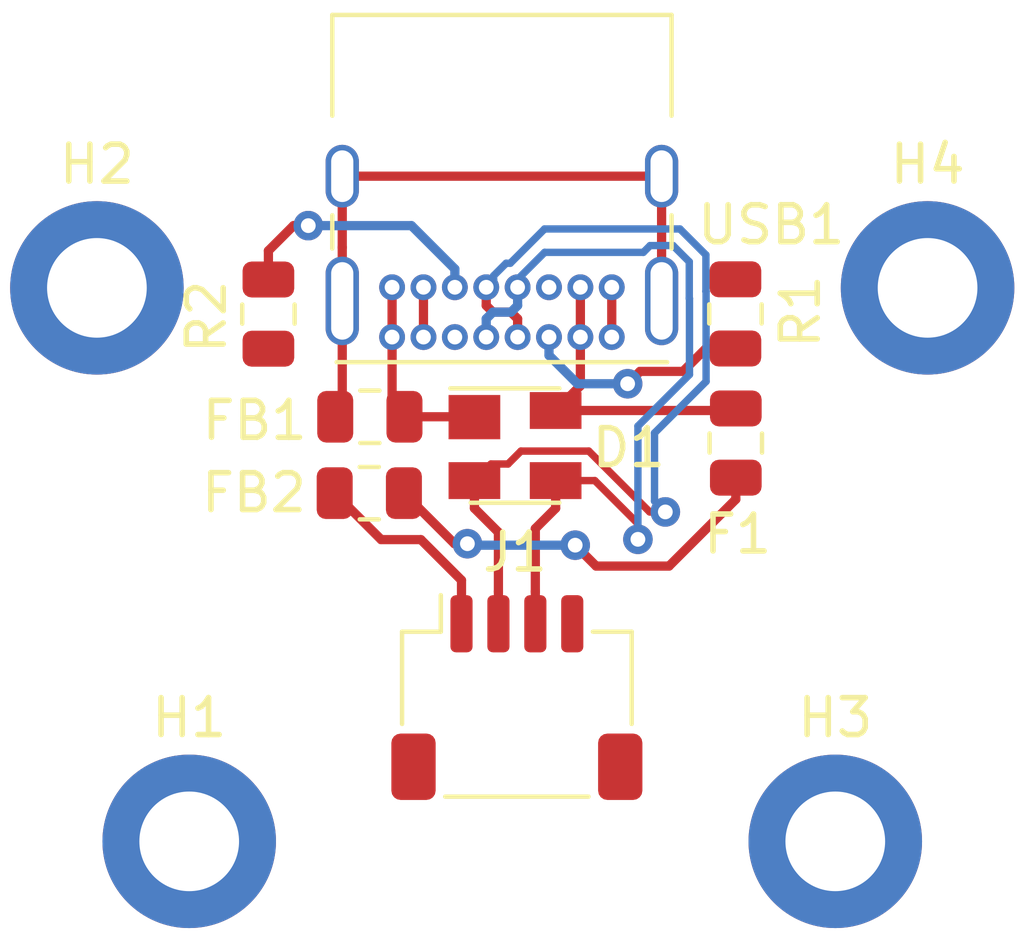
<source format=kicad_pcb>
(kicad_pcb (version 20171130) (host pcbnew "(5.1.4)-1")

  (general
    (thickness 1.6)
    (drawings 0)
    (tracks 103)
    (zones 0)
    (modules 12)
    (nets 12)
  )

  (page A4)
  (layers
    (0 F.Cu signal)
    (31 B.Cu signal)
    (32 B.Adhes user)
    (33 F.Adhes user)
    (34 B.Paste user)
    (35 F.Paste user)
    (36 B.SilkS user)
    (37 F.SilkS user)
    (38 B.Mask user)
    (39 F.Mask user)
    (40 Dwgs.User user hide)
    (41 Cmts.User user)
    (42 Eco1.User user)
    (43 Eco2.User user)
    (44 Edge.Cuts user)
    (45 Margin user)
    (46 B.CrtYd user)
    (47 F.CrtYd user)
    (48 B.Fab user)
    (49 F.Fab user hide)
  )

  (setup
    (last_trace_width 0.25)
    (trace_clearance 0.2)
    (zone_clearance 0.508)
    (zone_45_only no)
    (trace_min 0.2)
    (via_size 0.8)
    (via_drill 0.4)
    (via_min_size 0.4)
    (via_min_drill 0.3)
    (uvia_size 0.3)
    (uvia_drill 0.1)
    (uvias_allowed no)
    (uvia_min_size 0.2)
    (uvia_min_drill 0.1)
    (edge_width 0.05)
    (segment_width 0.2)
    (pcb_text_width 0.3)
    (pcb_text_size 1.5 1.5)
    (mod_edge_width 0.12)
    (mod_text_size 1 1)
    (mod_text_width 0.15)
    (pad_size 1.524 1.524)
    (pad_drill 0.762)
    (pad_to_mask_clearance 0.051)
    (solder_mask_min_width 0.25)
    (aux_axis_origin 0 0)
    (visible_elements 7FFFFFFF)
    (pcbplotparams
      (layerselection 0x010fc_ffffffff)
      (usegerberextensions false)
      (usegerberattributes false)
      (usegerberadvancedattributes false)
      (creategerberjobfile false)
      (excludeedgelayer true)
      (linewidth 0.100000)
      (plotframeref false)
      (viasonmask false)
      (mode 1)
      (useauxorigin false)
      (hpglpennumber 1)
      (hpglpenspeed 20)
      (hpglpendiameter 15.000000)
      (psnegative false)
      (psa4output false)
      (plotreference true)
      (plotvalue true)
      (plotinvisibletext false)
      (padsonsilk false)
      (subtractmaskfromsilk false)
      (outputformat 1)
      (mirror false)
      (drillshape 1)
      (scaleselection 1)
      (outputdirectory ""))
  )

  (net 0 "")
  (net 1 VBUS)
  (net 2 D-)
  (net 3 D+)
  (net 4 GND)
  (net 5 "Net-(F1-Pad1)")
  (net 6 "Net-(FB1-Pad2)")
  (net 7 +5V)
  (net 8 "Net-(R1-Pad2)")
  (net 9 "Net-(R2-Pad2)")
  (net 10 "Net-(USB1-PadB8)")
  (net 11 "Net-(USB1-PadA8)")

  (net_class Default "This is the default net class."
    (clearance 0.2)
    (trace_width 0.25)
    (via_dia 0.8)
    (via_drill 0.4)
    (uvia_dia 0.3)
    (uvia_drill 0.1)
    (add_net +5V)
    (add_net D+)
    (add_net D-)
    (add_net GND)
    (add_net "Net-(F1-Pad1)")
    (add_net "Net-(FB1-Pad2)")
    (add_net "Net-(R1-Pad2)")
    (add_net "Net-(R2-Pad2)")
    (add_net "Net-(USB1-PadA8)")
    (add_net "Net-(USB1-PadB8)")
    (add_net VBUS)
  )

  (module MountingHole:MountingHole_2.7mm_M2.5_DIN965_Pad (layer F.Cu) (tedit 56D1B4CB) (tstamp 60055D03)
    (at 77.5 60)
    (descr "Mounting Hole 2.7mm, M2.5, DIN965")
    (tags "mounting hole 2.7mm m2.5 din965")
    (path /60051B00)
    (attr virtual)
    (fp_text reference H4 (at 0 -3.35) (layer F.SilkS)
      (effects (font (size 1 1) (thickness 0.15)))
    )
    (fp_text value MountingHole_Pad (at 0 3.35) (layer F.Fab)
      (effects (font (size 1 1) (thickness 0.15)))
    )
    (fp_circle (center 0 0) (end 2.6 0) (layer F.CrtYd) (width 0.05))
    (fp_circle (center 0 0) (end 2.35 0) (layer Cmts.User) (width 0.15))
    (fp_text user %R (at 0.3 0) (layer F.Fab)
      (effects (font (size 1 1) (thickness 0.15)))
    )
    (pad 1 thru_hole circle (at 0 0) (size 4.7 4.7) (drill 2.7) (layers *.Cu *.Mask)
      (net 4 GND))
  )

  (module MountingHole:MountingHole_2.7mm_M2.5_DIN965_Pad (layer F.Cu) (tedit 56D1B4CB) (tstamp 60055CFB)
    (at 75 75)
    (descr "Mounting Hole 2.7mm, M2.5, DIN965")
    (tags "mounting hole 2.7mm m2.5 din965")
    (path /600516ED)
    (attr virtual)
    (fp_text reference H3 (at 0 -3.35) (layer F.SilkS)
      (effects (font (size 1 1) (thickness 0.15)))
    )
    (fp_text value MountingHole (at 0 3.35) (layer F.Fab)
      (effects (font (size 1 1) (thickness 0.15)))
    )
    (fp_circle (center 0 0) (end 2.6 0) (layer F.CrtYd) (width 0.05))
    (fp_circle (center 0 0) (end 2.35 0) (layer Cmts.User) (width 0.15))
    (fp_text user %R (at 0.3 0) (layer F.Fab)
      (effects (font (size 1 1) (thickness 0.15)))
    )
    (pad 1 thru_hole circle (at 0 0) (size 4.7 4.7) (drill 2.7) (layers *.Cu *.Mask))
  )

  (module MountingHole:MountingHole_2.7mm_M2.5_DIN965_Pad (layer F.Cu) (tedit 56D1B4CB) (tstamp 60056116)
    (at 55 60)
    (descr "Mounting Hole 2.7mm, M2.5, DIN965")
    (tags "mounting hole 2.7mm m2.5 din965")
    (path /600515F7)
    (attr virtual)
    (fp_text reference H2 (at 0 -3.35) (layer F.SilkS)
      (effects (font (size 1 1) (thickness 0.15)))
    )
    (fp_text value MountingHole (at 0 3.35) (layer F.Fab)
      (effects (font (size 1 1) (thickness 0.15)))
    )
    (fp_circle (center 0 0) (end 2.6 0) (layer F.CrtYd) (width 0.05))
    (fp_circle (center 0 0) (end 2.35 0) (layer Cmts.User) (width 0.15))
    (fp_text user %R (at 0.3 0) (layer F.Fab)
      (effects (font (size 1 1) (thickness 0.15)))
    )
    (pad 1 thru_hole circle (at 0 0) (size 4.7 4.7) (drill 2.7) (layers *.Cu *.Mask))
  )

  (module MountingHole:MountingHole_2.7mm_M2.5_DIN965_Pad (layer F.Cu) (tedit 56D1B4CB) (tstamp 60055CEB)
    (at 57.5 75)
    (descr "Mounting Hole 2.7mm, M2.5, DIN965")
    (tags "mounting hole 2.7mm m2.5 din965")
    (path /60050DD9)
    (attr virtual)
    (fp_text reference H1 (at 0 -3.35) (layer F.SilkS)
      (effects (font (size 1 1) (thickness 0.15)))
    )
    (fp_text value MountingHole (at 0 3.35) (layer F.Fab)
      (effects (font (size 1 1) (thickness 0.15)))
    )
    (fp_circle (center 0 0) (end 2.6 0) (layer F.CrtYd) (width 0.05))
    (fp_circle (center 0 0) (end 2.35 0) (layer Cmts.User) (width 0.15))
    (fp_text user %R (at 0.3 0) (layer F.Fab)
      (effects (font (size 1 1) (thickness 0.15)))
    )
    (pad 1 thru_hole circle (at 0 0) (size 4.7 4.7) (drill 2.7) (layers *.Cu *.Mask))
  )

  (module Connector_USB:USB_C_Receptacle_GCT_USB4085 (layer F.Cu) (tedit 5BCCCD93) (tstamp 5FFD666B)
    (at 68.94548 61.333433 180)
    (descr "USB 2.0 Type C Receptacle, https://gct.co/Files/Drawings/USB4085.pdf")
    (tags "USB Type-C Receptacle Through-hole Right angle")
    (path /5FFD754E)
    (fp_text reference USB1 (at -4.32 3.04) (layer F.SilkS)
      (effects (font (size 1 1) (thickness 0.15)))
    )
    (fp_text value Type-C_USB_C_GCT_USB4085 (at 2.975 9.925) (layer F.Fab)
      (effects (font (size 1 1) (thickness 0.15)))
    )
    (fp_text user %R (at 2.975 4.025) (layer F.Fab)
      (effects (font (size 1 1) (thickness 0.15)))
    )
    (fp_text user "PCB Edge" (at 2.975 6.1) (layer Dwgs.User)
      (effects (font (size 0.5 0.5) (thickness 0.1)))
    )
    (fp_line (start -0.025 6.1) (end 5.975 6.1) (layer F.Fab) (width 0.1))
    (fp_line (start 8.25 -1.06) (end 8.25 9.11) (layer F.CrtYd) (width 0.05))
    (fp_line (start -2.3 -1.06) (end 8.25 -1.06) (layer F.CrtYd) (width 0.05))
    (fp_line (start -2.3 9.11) (end 8.25 9.11) (layer F.CrtYd) (width 0.05))
    (fp_line (start -2.3 -1.06) (end -2.3 9.11) (layer F.CrtYd) (width 0.05))
    (fp_line (start -1.62 2.4) (end -1.62 3.3) (layer F.SilkS) (width 0.12))
    (fp_line (start 7.57 2.4) (end 7.57 3.3) (layer F.SilkS) (width 0.12))
    (fp_line (start -1.62 6) (end -1.62 8.73) (layer F.SilkS) (width 0.12))
    (fp_line (start 7.57 6) (end 7.57 8.73) (layer F.SilkS) (width 0.12))
    (fp_line (start 7.45 -0.56) (end 7.45 8.61) (layer F.Fab) (width 0.1))
    (fp_line (start -1.5 -0.56) (end -1.5 8.61) (layer F.Fab) (width 0.1))
    (fp_line (start -1.5 -0.68) (end 7.45 -0.68) (layer F.SilkS) (width 0.12))
    (fp_line (start -1.62 8.73) (end 7.57 8.73) (layer F.SilkS) (width 0.12))
    (fp_line (start -1.5 8.61) (end 7.45 8.61) (layer F.Fab) (width 0.1))
    (fp_line (start -1.5 -0.56) (end 7.45 -0.56) (layer F.Fab) (width 0.1))
    (pad S1 thru_hole oval (at 7.3 4.36 180) (size 0.9 1.7) (drill oval 0.6 1.4) (layers *.Cu *.Mask)
      (net 6 "Net-(FB1-Pad2)"))
    (pad S1 thru_hole oval (at -1.35 4.36 180) (size 0.9 1.7) (drill oval 0.6 1.4) (layers *.Cu *.Mask)
      (net 6 "Net-(FB1-Pad2)"))
    (pad S1 thru_hole oval (at 7.3 0.98 180) (size 0.9 2.4) (drill oval 0.6 2.1) (layers *.Cu *.Mask)
      (net 6 "Net-(FB1-Pad2)"))
    (pad S1 thru_hole oval (at -1.35 0.98 180) (size 0.9 2.4) (drill oval 0.6 2.1) (layers *.Cu *.Mask)
      (net 6 "Net-(FB1-Pad2)"))
    (pad B6 thru_hole circle (at 3.4 1.35 180) (size 0.7 0.7) (drill 0.4) (layers *.Cu *.Mask)
      (net 3 D+))
    (pad B1 thru_hole circle (at 5.95 1.35 180) (size 0.7 0.7) (drill 0.4) (layers *.Cu *.Mask)
      (net 4 GND))
    (pad B4 thru_hole circle (at 5.1 1.35 180) (size 0.7 0.7) (drill 0.4) (layers *.Cu *.Mask)
      (net 1 VBUS))
    (pad B5 thru_hole circle (at 4.25 1.35 180) (size 0.7 0.7) (drill 0.4) (layers *.Cu *.Mask)
      (net 9 "Net-(R2-Pad2)"))
    (pad B12 thru_hole circle (at 0 1.35 180) (size 0.7 0.7) (drill 0.4) (layers *.Cu *.Mask)
      (net 4 GND))
    (pad B8 thru_hole circle (at 1.7 1.35 180) (size 0.7 0.7) (drill 0.4) (layers *.Cu *.Mask)
      (net 10 "Net-(USB1-PadB8)"))
    (pad B7 thru_hole circle (at 2.55 1.35 180) (size 0.7 0.7) (drill 0.4) (layers *.Cu *.Mask)
      (net 2 D-))
    (pad B9 thru_hole circle (at 0.85 1.35 180) (size 0.7 0.7) (drill 0.4) (layers *.Cu *.Mask)
      (net 1 VBUS))
    (pad A12 thru_hole circle (at 5.95 0 180) (size 0.7 0.7) (drill 0.4) (layers *.Cu *.Mask)
      (net 4 GND))
    (pad A9 thru_hole circle (at 5.1 0 180) (size 0.7 0.7) (drill 0.4) (layers *.Cu *.Mask)
      (net 1 VBUS))
    (pad A8 thru_hole circle (at 4.25 0 180) (size 0.7 0.7) (drill 0.4) (layers *.Cu *.Mask)
      (net 11 "Net-(USB1-PadA8)"))
    (pad A7 thru_hole circle (at 3.4 0 180) (size 0.7 0.7) (drill 0.4) (layers *.Cu *.Mask)
      (net 2 D-))
    (pad A6 thru_hole circle (at 2.55 0 180) (size 0.7 0.7) (drill 0.4) (layers *.Cu *.Mask)
      (net 3 D+))
    (pad A5 thru_hole circle (at 1.7 0 180) (size 0.7 0.7) (drill 0.4) (layers *.Cu *.Mask)
      (net 8 "Net-(R1-Pad2)"))
    (pad A4 thru_hole circle (at 0.85 0 180) (size 0.7 0.7) (drill 0.4) (layers *.Cu *.Mask)
      (net 1 VBUS))
    (pad A1 thru_hole circle (at 0 0 180) (size 0.7 0.7) (drill 0.4) (layers *.Cu *.Mask)
      (net 4 GND))
    (model ${KISYS3DMOD}/Connector_USB.3dshapes/USB_C_Receptacle_GCT_USB4085.wrl
      (at (xyz 0 0 0))
      (scale (xyz 1 1 1))
      (rotate (xyz 0 0 0))
    )
  )

  (module Resistor_SMD:R_0805_2012Metric (layer F.Cu) (tedit 5B36C52B) (tstamp 5FFC18EF)
    (at 59.64548 60.710933 90)
    (descr "Resistor SMD 0805 (2012 Metric), square (rectangular) end terminal, IPC_7351 nominal, (Body size source: https://docs.google.com/spreadsheets/d/1BsfQQcO9C6DZCsRaXUlFlo91Tg2WpOkGARC1WS5S8t0/edit?usp=sharing), generated with kicad-footprint-generator")
    (tags resistor)
    (path /5FFBDACA)
    (attr smd)
    (fp_text reference R2 (at -0.0725 -1.68 270) (layer F.SilkS)
      (effects (font (size 1 1) (thickness 0.15)))
    )
    (fp_text value 5.1k (at 0 1.65 90) (layer F.Fab)
      (effects (font (size 1 1) (thickness 0.15)))
    )
    (fp_text user %R (at 0 0 90) (layer F.Fab)
      (effects (font (size 0.5 0.5) (thickness 0.08)))
    )
    (fp_line (start 1.68 0.95) (end -1.68 0.95) (layer F.CrtYd) (width 0.05))
    (fp_line (start 1.68 -0.95) (end 1.68 0.95) (layer F.CrtYd) (width 0.05))
    (fp_line (start -1.68 -0.95) (end 1.68 -0.95) (layer F.CrtYd) (width 0.05))
    (fp_line (start -1.68 0.95) (end -1.68 -0.95) (layer F.CrtYd) (width 0.05))
    (fp_line (start -0.258578 0.71) (end 0.258578 0.71) (layer F.SilkS) (width 0.12))
    (fp_line (start -0.258578 -0.71) (end 0.258578 -0.71) (layer F.SilkS) (width 0.12))
    (fp_line (start 1 0.6) (end -1 0.6) (layer F.Fab) (width 0.1))
    (fp_line (start 1 -0.6) (end 1 0.6) (layer F.Fab) (width 0.1))
    (fp_line (start -1 -0.6) (end 1 -0.6) (layer F.Fab) (width 0.1))
    (fp_line (start -1 0.6) (end -1 -0.6) (layer F.Fab) (width 0.1))
    (pad 2 smd roundrect (at 0.9375 0 90) (size 0.975 1.4) (layers F.Cu F.Paste F.Mask) (roundrect_rratio 0.25)
      (net 9 "Net-(R2-Pad2)"))
    (pad 1 smd roundrect (at -0.9375 0 90) (size 0.975 1.4) (layers F.Cu F.Paste F.Mask) (roundrect_rratio 0.25)
      (net 4 GND))
    (model ${KISYS3DMOD}/Resistor_SMD.3dshapes/R_0805_2012Metric.wrl
      (at (xyz 0 0 0))
      (scale (xyz 1 1 1))
      (rotate (xyz 0 0 0))
    )
  )

  (module Resistor_SMD:R_0805_2012Metric (layer F.Cu) (tedit 5B36C52B) (tstamp 5FFD7473)
    (at 72.29548 60.705933 270)
    (descr "Resistor SMD 0805 (2012 Metric), square (rectangular) end terminal, IPC_7351 nominal, (Body size source: https://docs.google.com/spreadsheets/d/1BsfQQcO9C6DZCsRaXUlFlo91Tg2WpOkGARC1WS5S8t0/edit?usp=sharing), generated with kicad-footprint-generator")
    (tags resistor)
    (path /5FFBCE65)
    (attr smd)
    (fp_text reference R1 (at -0.0625 -1.76 270) (layer F.SilkS)
      (effects (font (size 1 1) (thickness 0.15)))
    )
    (fp_text value 5.1k (at 0 1.65 90) (layer F.Fab)
      (effects (font (size 1 1) (thickness 0.15)))
    )
    (fp_text user %R (at 0 0 90) (layer F.Fab)
      (effects (font (size 0.5 0.5) (thickness 0.08)))
    )
    (fp_line (start 1.68 0.95) (end -1.68 0.95) (layer F.CrtYd) (width 0.05))
    (fp_line (start 1.68 -0.95) (end 1.68 0.95) (layer F.CrtYd) (width 0.05))
    (fp_line (start -1.68 -0.95) (end 1.68 -0.95) (layer F.CrtYd) (width 0.05))
    (fp_line (start -1.68 0.95) (end -1.68 -0.95) (layer F.CrtYd) (width 0.05))
    (fp_line (start -0.258578 0.71) (end 0.258578 0.71) (layer F.SilkS) (width 0.12))
    (fp_line (start -0.258578 -0.71) (end 0.258578 -0.71) (layer F.SilkS) (width 0.12))
    (fp_line (start 1 0.6) (end -1 0.6) (layer F.Fab) (width 0.1))
    (fp_line (start 1 -0.6) (end 1 0.6) (layer F.Fab) (width 0.1))
    (fp_line (start -1 -0.6) (end 1 -0.6) (layer F.Fab) (width 0.1))
    (fp_line (start -1 0.6) (end -1 -0.6) (layer F.Fab) (width 0.1))
    (pad 2 smd roundrect (at 0.9375 0 270) (size 0.975 1.4) (layers F.Cu F.Paste F.Mask) (roundrect_rratio 0.25)
      (net 8 "Net-(R1-Pad2)"))
    (pad 1 smd roundrect (at -0.9375 0 270) (size 0.975 1.4) (layers F.Cu F.Paste F.Mask) (roundrect_rratio 0.25)
      (net 4 GND))
    (model ${KISYS3DMOD}/Resistor_SMD.3dshapes/R_0805_2012Metric.wrl
      (at (xyz 0 0 0))
      (scale (xyz 1 1 1))
      (rotate (xyz 0 0 0))
    )
  )

  (module Connector_JST:JST_SH_SM04B-SRSS-TB_1x04-1MP_P1.00mm_Horizontal (layer F.Cu) (tedit 5B78AD87) (tstamp 5FFD7541)
    (at 66.37548 71.103433)
    (descr "JST SH series connector, SM04B-SRSS-TB (http://www.jst-mfg.com/product/pdf/eng/eSH.pdf), generated with kicad-footprint-generator")
    (tags "connector JST SH top entry")
    (path /5FFD8DF1)
    (attr smd)
    (fp_text reference J1 (at -0.05 -3.94) (layer F.SilkS)
      (effects (font (size 1 1) (thickness 0.15)))
    )
    (fp_text value JST-SH-SM04B-SRSS-TB (at 0 3.98) (layer F.Fab)
      (effects (font (size 1 1) (thickness 0.15)))
    )
    (fp_text user %R (at 0 0) (layer F.Fab)
      (effects (font (size 1 1) (thickness 0.15)))
    )
    (fp_line (start -1.5 -0.967893) (end -1 -1.675) (layer F.Fab) (width 0.1))
    (fp_line (start -2 -1.675) (end -1.5 -0.967893) (layer F.Fab) (width 0.1))
    (fp_line (start 3.9 -3.28) (end -3.9 -3.28) (layer F.CrtYd) (width 0.05))
    (fp_line (start 3.9 3.28) (end 3.9 -3.28) (layer F.CrtYd) (width 0.05))
    (fp_line (start -3.9 3.28) (end 3.9 3.28) (layer F.CrtYd) (width 0.05))
    (fp_line (start -3.9 -3.28) (end -3.9 3.28) (layer F.CrtYd) (width 0.05))
    (fp_line (start 3 -1.675) (end 3 2.575) (layer F.Fab) (width 0.1))
    (fp_line (start -3 -1.675) (end -3 2.575) (layer F.Fab) (width 0.1))
    (fp_line (start -3 2.575) (end 3 2.575) (layer F.Fab) (width 0.1))
    (fp_line (start -1.94 2.685) (end 1.94 2.685) (layer F.SilkS) (width 0.12))
    (fp_line (start 3.11 -1.785) (end 2.06 -1.785) (layer F.SilkS) (width 0.12))
    (fp_line (start 3.11 0.715) (end 3.11 -1.785) (layer F.SilkS) (width 0.12))
    (fp_line (start -2.06 -1.785) (end -2.06 -2.775) (layer F.SilkS) (width 0.12))
    (fp_line (start -3.11 -1.785) (end -2.06 -1.785) (layer F.SilkS) (width 0.12))
    (fp_line (start -3.11 0.715) (end -3.11 -1.785) (layer F.SilkS) (width 0.12))
    (fp_line (start -3 -1.675) (end 3 -1.675) (layer F.Fab) (width 0.1))
    (pad MP smd roundrect (at 2.8 1.875) (size 1.2 1.8) (layers F.Cu F.Paste F.Mask) (roundrect_rratio 0.208333))
    (pad MP smd roundrect (at -2.8 1.875) (size 1.2 1.8) (layers F.Cu F.Paste F.Mask) (roundrect_rratio 0.208333))
    (pad 4 smd roundrect (at 1.5 -2) (size 0.6 1.55) (layers F.Cu F.Paste F.Mask) (roundrect_rratio 0.25)
      (net 4 GND))
    (pad 3 smd roundrect (at 0.5 -2) (size 0.6 1.55) (layers F.Cu F.Paste F.Mask) (roundrect_rratio 0.25)
      (net 2 D-))
    (pad 2 smd roundrect (at -0.5 -2) (size 0.6 1.55) (layers F.Cu F.Paste F.Mask) (roundrect_rratio 0.25)
      (net 3 D+))
    (pad 1 smd roundrect (at -1.5 -2) (size 0.6 1.55) (layers F.Cu F.Paste F.Mask) (roundrect_rratio 0.25)
      (net 7 +5V))
    (model ${KISYS3DMOD}/Connector_JST.3dshapes/JST_SH_SM04B-SRSS-TB_1x04-1MP_P1.00mm_Horizontal.wrl
      (at (xyz 0 0 0))
      (scale (xyz 1 1 1))
      (rotate (xyz 0 0 0))
    )
  )

  (module Inductor_SMD:L_0805_2012Metric (layer F.Cu) (tedit 5B36C52B) (tstamp 5FFC18B2)
    (at 62.37798 65.563433)
    (descr "Inductor SMD 0805 (2012 Metric), square (rectangular) end terminal, IPC_7351 nominal, (Body size source: https://docs.google.com/spreadsheets/d/1BsfQQcO9C6DZCsRaXUlFlo91Tg2WpOkGARC1WS5S8t0/edit?usp=sharing), generated with kicad-footprint-generator")
    (tags inductor)
    (path /5FFC0658)
    (attr smd)
    (fp_text reference FB2 (at -3.1225 -0.01) (layer F.SilkS)
      (effects (font (size 1 1) (thickness 0.15)))
    )
    (fp_text value 500@100MHz (at 0 1.65) (layer F.Fab)
      (effects (font (size 1 1) (thickness 0.15)))
    )
    (fp_text user %R (at 0 0) (layer F.Fab)
      (effects (font (size 0.5 0.5) (thickness 0.08)))
    )
    (fp_line (start 1.68 0.95) (end -1.68 0.95) (layer F.CrtYd) (width 0.05))
    (fp_line (start 1.68 -0.95) (end 1.68 0.95) (layer F.CrtYd) (width 0.05))
    (fp_line (start -1.68 -0.95) (end 1.68 -0.95) (layer F.CrtYd) (width 0.05))
    (fp_line (start -1.68 0.95) (end -1.68 -0.95) (layer F.CrtYd) (width 0.05))
    (fp_line (start -0.258578 0.71) (end 0.258578 0.71) (layer F.SilkS) (width 0.12))
    (fp_line (start -0.258578 -0.71) (end 0.258578 -0.71) (layer F.SilkS) (width 0.12))
    (fp_line (start 1 0.6) (end -1 0.6) (layer F.Fab) (width 0.1))
    (fp_line (start 1 -0.6) (end 1 0.6) (layer F.Fab) (width 0.1))
    (fp_line (start -1 -0.6) (end 1 -0.6) (layer F.Fab) (width 0.1))
    (fp_line (start -1 0.6) (end -1 -0.6) (layer F.Fab) (width 0.1))
    (pad 2 smd roundrect (at 0.9375 0) (size 0.975 1.4) (layers F.Cu F.Paste F.Mask) (roundrect_rratio 0.25)
      (net 5 "Net-(F1-Pad1)"))
    (pad 1 smd roundrect (at -0.9375 0) (size 0.975 1.4) (layers F.Cu F.Paste F.Mask) (roundrect_rratio 0.25)
      (net 7 +5V))
    (model ${KISYS3DMOD}/Inductor_SMD.3dshapes/L_0805_2012Metric.wrl
      (at (xyz 0 0 0))
      (scale (xyz 1 1 1))
      (rotate (xyz 0 0 0))
    )
  )

  (module Inductor_SMD:L_0805_2012Metric (layer F.Cu) (tedit 5B36C52B) (tstamp 5FFC18A1)
    (at 62.39298 63.493433 180)
    (descr "Inductor SMD 0805 (2012 Metric), square (rectangular) end terminal, IPC_7351 nominal, (Body size source: https://docs.google.com/spreadsheets/d/1BsfQQcO9C6DZCsRaXUlFlo91Tg2WpOkGARC1WS5S8t0/edit?usp=sharing), generated with kicad-footprint-generator")
    (tags inductor)
    (path /5FFCB714)
    (attr smd)
    (fp_text reference FB1 (at 3.1225 -0.1) (layer F.SilkS)
      (effects (font (size 1 1) (thickness 0.15)))
    )
    (fp_text value 500@100MHz (at 0 1.65) (layer F.Fab)
      (effects (font (size 1 1) (thickness 0.15)))
    )
    (fp_text user %R (at 0 0) (layer F.Fab)
      (effects (font (size 0.5 0.5) (thickness 0.08)))
    )
    (fp_line (start 1.68 0.95) (end -1.68 0.95) (layer F.CrtYd) (width 0.05))
    (fp_line (start 1.68 -0.95) (end 1.68 0.95) (layer F.CrtYd) (width 0.05))
    (fp_line (start -1.68 -0.95) (end 1.68 -0.95) (layer F.CrtYd) (width 0.05))
    (fp_line (start -1.68 0.95) (end -1.68 -0.95) (layer F.CrtYd) (width 0.05))
    (fp_line (start -0.258578 0.71) (end 0.258578 0.71) (layer F.SilkS) (width 0.12))
    (fp_line (start -0.258578 -0.71) (end 0.258578 -0.71) (layer F.SilkS) (width 0.12))
    (fp_line (start 1 0.6) (end -1 0.6) (layer F.Fab) (width 0.1))
    (fp_line (start 1 -0.6) (end 1 0.6) (layer F.Fab) (width 0.1))
    (fp_line (start -1 -0.6) (end 1 -0.6) (layer F.Fab) (width 0.1))
    (fp_line (start -1 0.6) (end -1 -0.6) (layer F.Fab) (width 0.1))
    (pad 2 smd roundrect (at 0.9375 0 180) (size 0.975 1.4) (layers F.Cu F.Paste F.Mask) (roundrect_rratio 0.25)
      (net 6 "Net-(FB1-Pad2)"))
    (pad 1 smd roundrect (at -0.9375 0 180) (size 0.975 1.4) (layers F.Cu F.Paste F.Mask) (roundrect_rratio 0.25)
      (net 4 GND))
    (model ${KISYS3DMOD}/Inductor_SMD.3dshapes/L_0805_2012Metric.wrl
      (at (xyz 0 0 0))
      (scale (xyz 1 1 1))
      (rotate (xyz 0 0 0))
    )
  )

  (module Fuse:Fuse_0805_2012Metric (layer F.Cu) (tedit 5B36C52C) (tstamp 5FFC1890)
    (at 72.30548 64.205933 90)
    (descr "Fuse SMD 0805 (2012 Metric), square (rectangular) end terminal, IPC_7351 nominal, (Body size source: https://docs.google.com/spreadsheets/d/1BsfQQcO9C6DZCsRaXUlFlo91Tg2WpOkGARC1WS5S8t0/edit?usp=sharing), generated with kicad-footprint-generator")
    (tags resistor)
    (path /5FFC416B)
    (attr smd)
    (fp_text reference F1 (at -2.4675 0.05 180) (layer F.SilkS)
      (effects (font (size 1 1) (thickness 0.15)))
    )
    (fp_text value 0805L050 (at 0 1.65 90) (layer F.Fab)
      (effects (font (size 1 1) (thickness 0.15)))
    )
    (fp_text user %R (at 0 0 90) (layer F.Fab)
      (effects (font (size 0.5 0.5) (thickness 0.08)))
    )
    (fp_line (start 1.68 0.95) (end -1.68 0.95) (layer F.CrtYd) (width 0.05))
    (fp_line (start 1.68 -0.95) (end 1.68 0.95) (layer F.CrtYd) (width 0.05))
    (fp_line (start -1.68 -0.95) (end 1.68 -0.95) (layer F.CrtYd) (width 0.05))
    (fp_line (start -1.68 0.95) (end -1.68 -0.95) (layer F.CrtYd) (width 0.05))
    (fp_line (start -0.258578 0.71) (end 0.258578 0.71) (layer F.SilkS) (width 0.12))
    (fp_line (start -0.258578 -0.71) (end 0.258578 -0.71) (layer F.SilkS) (width 0.12))
    (fp_line (start 1 0.6) (end -1 0.6) (layer F.Fab) (width 0.1))
    (fp_line (start 1 -0.6) (end 1 0.6) (layer F.Fab) (width 0.1))
    (fp_line (start -1 -0.6) (end 1 -0.6) (layer F.Fab) (width 0.1))
    (fp_line (start -1 0.6) (end -1 -0.6) (layer F.Fab) (width 0.1))
    (pad 2 smd roundrect (at 0.9375 0 90) (size 0.975 1.4) (layers F.Cu F.Paste F.Mask) (roundrect_rratio 0.25)
      (net 1 VBUS))
    (pad 1 smd roundrect (at -0.9375 0 90) (size 0.975 1.4) (layers F.Cu F.Paste F.Mask) (roundrect_rratio 0.25)
      (net 5 "Net-(F1-Pad1)"))
    (model ${KISYS3DMOD}/Fuse.3dshapes/Fuse_0805_2012Metric.wrl
      (at (xyz 0 0 0))
      (scale (xyz 1 1 1))
      (rotate (xyz 0 0 0))
    )
  )

  (module Package_TO_SOT_SMD:SOT-143 (layer F.Cu) (tedit 5A02FF57) (tstamp 5FFC187F)
    (at 66.32548 64.273433)
    (descr SOT-143)
    (tags SOT-143)
    (path /5FFC174C)
    (attr smd)
    (fp_text reference D1 (at 3.08 0.06) (layer F.SilkS)
      (effects (font (size 1 1) (thickness 0.15)))
    )
    (fp_text value PRTR5V0U2X (at -0.28 2.48) (layer F.Fab)
      (effects (font (size 1 1) (thickness 0.15)))
    )
    (fp_line (start -2.05 1.75) (end -2.05 -1.75) (layer F.CrtYd) (width 0.05))
    (fp_line (start -2.05 1.75) (end 2.05 1.75) (layer F.CrtYd) (width 0.05))
    (fp_line (start 2.05 -1.75) (end -2.05 -1.75) (layer F.CrtYd) (width 0.05))
    (fp_line (start 2.05 -1.75) (end 2.05 1.75) (layer F.CrtYd) (width 0.05))
    (fp_line (start 1.2 -1.5) (end 1.2 1.5) (layer F.Fab) (width 0.1))
    (fp_line (start 1.2 1.5) (end -1.2 1.5) (layer F.Fab) (width 0.1))
    (fp_line (start -1.2 1.5) (end -1.2 -1) (layer F.Fab) (width 0.1))
    (fp_line (start -0.7 -1.5) (end 1.2 -1.5) (layer F.Fab) (width 0.1))
    (fp_line (start -1.2 -1) (end -0.7 -1.5) (layer F.Fab) (width 0.1))
    (fp_line (start 1.2 -1.55) (end -1.75 -1.55) (layer F.SilkS) (width 0.12))
    (fp_line (start -1.2 1.55) (end 1.2 1.55) (layer F.SilkS) (width 0.12))
    (fp_text user %R (at 0 0 90) (layer F.Fab)
      (effects (font (size 0.5 0.5) (thickness 0.075)))
    )
    (pad 4 smd rect (at 1.1 -0.95 270) (size 1 1.4) (layers F.Cu F.Paste F.Mask)
      (net 1 VBUS))
    (pad 3 smd rect (at 1.1 0.95 270) (size 1 1.4) (layers F.Cu F.Paste F.Mask)
      (net 2 D-))
    (pad 2 smd rect (at -1.1 0.95 270) (size 1 1.4) (layers F.Cu F.Paste F.Mask)
      (net 3 D+))
    (pad 1 smd rect (at -1.1 -0.77 270) (size 1.2 1.4) (layers F.Cu F.Paste F.Mask)
      (net 4 GND))
    (model ${KISYS3DMOD}/Package_TO_SOT_SMD.3dshapes/SOT-143.wrl
      (at (xyz 0 0 0))
      (scale (xyz 1 1 1))
      (rotate (xyz 0 0 0))
    )
  )

  (segment (start 68.09548 62.653433) (end 67.42548 63.323433) (width 0.25) (layer F.Cu) (net 1))
  (segment (start 68.09548 61.333433) (end 68.09548 62.653433) (width 0.25) (layer F.Cu) (net 1))
  (segment (start 72.25048 63.323433) (end 72.30548 63.268433) (width 0.25) (layer F.Cu) (net 1))
  (segment (start 67.42548 63.323433) (end 72.25048 63.323433) (width 0.25) (layer F.Cu) (net 1))
  (segment (start 68.09548 61.333433) (end 68.09548 59.983433) (width 0.25) (layer F.Cu) (net 1))
  (segment (start 63.84548 59.983433) (end 63.84548 61.333433) (width 0.25) (layer F.Cu) (net 1))
  (segment (start 66.87548 68.228433) (end 66.87548 69.103433) (width 0.25) (layer F.Cu) (net 2))
  (segment (start 66.87548 66.523433) (end 66.87548 68.228433) (width 0.25) (layer F.Cu) (net 2))
  (segment (start 67.42548 65.973433) (end 66.87548 66.523433) (width 0.25) (layer F.Cu) (net 2))
  (segment (start 67.42548 65.223433) (end 67.42548 65.973433) (width 0.25) (layer F.Cu) (net 2))
  (segment (start 69.654248 66.439711) (end 69.654248 66.814665) (width 0.2) (layer F.Cu) (net 2))
  (segment (start 69.64673 66.432193) (end 69.654248 66.439711) (width 0.2) (layer F.Cu) (net 2))
  (segment (start 69.64673 66.382882) (end 69.64673 66.432193) (width 0.2) (layer F.Cu) (net 2))
  (segment (start 68.487281 65.223433) (end 69.64673 66.382882) (width 0.2) (layer F.Cu) (net 2))
  (segment (start 67.42548 65.223433) (end 68.487281 65.223433) (width 0.2) (layer F.Cu) (net 2))
  (via (at 69.654248 66.814665) (size 0.8) (drill 0.4) (layers F.Cu B.Cu) (net 2))
  (segment (start 69.654248 63.746465) (end 71.05048 62.350233) (width 0.2) (layer B.Cu) (net 2))
  (segment (start 69.654248 66.814665) (end 69.654248 63.746465) (width 0.2) (layer B.Cu) (net 2))
  (segment (start 69.984816 58.853423) (end 69.801043 59.037196) (width 0.2) (layer B.Cu) (net 2))
  (segment (start 71.04549 59.292769) (end 70.606144 58.853423) (width 0.2) (layer B.Cu) (net 2))
  (segment (start 71.05048 60.286633) (end 71.04549 60.281643) (width 0.2) (layer B.Cu) (net 2))
  (segment (start 70.606144 58.853423) (end 69.984816 58.853423) (width 0.2) (layer B.Cu) (net 2))
  (segment (start 71.04549 60.281643) (end 71.04549 59.292769) (width 0.2) (layer B.Cu) (net 2))
  (segment (start 71.05048 62.350233) (end 71.05048 60.286633) (width 0.2) (layer B.Cu) (net 2))
  (segment (start 66.39548 59.76983) (end 66.39548 59.983433) (width 0.2) (layer B.Cu) (net 2))
  (segment (start 69.801043 59.037196) (end 67.128114 59.037196) (width 0.2) (layer B.Cu) (net 2))
  (segment (start 66.39548 60.478407) (end 66.39548 59.983433) (width 0.25) (layer B.Cu) (net 2))
  (segment (start 66.215453 60.658434) (end 66.39548 60.478407) (width 0.25) (layer B.Cu) (net 2))
  (segment (start 65.725505 60.658434) (end 66.215453 60.658434) (width 0.25) (layer B.Cu) (net 2))
  (segment (start 65.54548 60.838459) (end 65.725505 60.658434) (width 0.25) (layer B.Cu) (net 2))
  (segment (start 65.54548 61.333433) (end 65.54548 60.838459) (width 0.25) (layer B.Cu) (net 2))
  (segment (start 67.128114 59.037196) (end 66.39548 59.76983) (width 0.2) (layer B.Cu) (net 2))
  (segment (start 65.87548 68.228433) (end 65.87548 69.103433) (width 0.25) (layer F.Cu) (net 3))
  (segment (start 65.87548 66.623433) (end 65.87548 68.228433) (width 0.25) (layer F.Cu) (net 3))
  (segment (start 65.22548 65.973433) (end 65.87548 66.623433) (width 0.25) (layer F.Cu) (net 3))
  (segment (start 65.22548 65.223433) (end 65.22548 65.973433) (width 0.25) (layer F.Cu) (net 3))
  (segment (start 68.323678 64.423432) (end 69.972447 66.072201) (width 0.2) (layer F.Cu) (net 3))
  (segment (start 69.972447 66.072201) (end 70.396712 66.072201) (width 0.2) (layer F.Cu) (net 3))
  (via (at 70.396712 66.072201) (size 0.8) (drill 0.4) (layers F.Cu B.Cu) (net 3))
  (segment (start 65.22548 65.223433) (end 65.67548 64.773433) (width 0.2) (layer F.Cu) (net 3))
  (segment (start 65.67548 64.773433) (end 66.135478 64.773433) (width 0.2) (layer F.Cu) (net 3))
  (segment (start 66.135478 64.773433) (end 66.485479 64.423432) (width 0.2) (layer F.Cu) (net 3))
  (segment (start 66.485479 64.423432) (end 68.323678 64.423432) (width 0.2) (layer F.Cu) (net 3))
  (segment (start 71.495481 59.106377) (end 70.792536 58.403432) (width 0.2) (layer B.Cu) (net 3))
  (segment (start 71.50048 60.100233) (end 71.495481 60.095234) (width 0.2) (layer B.Cu) (net 3))
  (segment (start 71.50048 62.536633) (end 71.50048 60.100233) (width 0.2) (layer B.Cu) (net 3))
  (segment (start 70.104248 63.932865) (end 71.50048 62.536633) (width 0.2) (layer B.Cu) (net 3))
  (segment (start 71.495481 60.095234) (end 71.495481 59.106377) (width 0.2) (layer B.Cu) (net 3))
  (segment (start 70.396712 66.072201) (end 70.104248 65.779737) (width 0.2) (layer B.Cu) (net 3))
  (segment (start 70.792536 58.403432) (end 67.125481 58.403432) (width 0.2) (layer B.Cu) (net 3))
  (segment (start 70.104248 65.779737) (end 70.104248 63.932865) (width 0.2) (layer B.Cu) (net 3))
  (segment (start 65.54548 60.478407) (end 65.54548 59.983433) (width 0.25) (layer F.Cu) (net 3))
  (segment (start 65.725507 60.658434) (end 65.54548 60.478407) (width 0.25) (layer F.Cu) (net 3))
  (segment (start 66.215455 60.658434) (end 65.725507 60.658434) (width 0.25) (layer F.Cu) (net 3))
  (segment (start 66.39548 60.838459) (end 66.215455 60.658434) (width 0.25) (layer F.Cu) (net 3))
  (segment (start 66.39548 61.333433) (end 66.39548 60.838459) (width 0.25) (layer F.Cu) (net 3))
  (segment (start 65.745479 59.783434) (end 65.54548 59.983433) (width 0.2) (layer B.Cu) (net 3))
  (segment (start 65.745479 59.671432) (end 65.745479 59.783434) (width 0.2) (layer B.Cu) (net 3))
  (segment (start 66.083479 59.333432) (end 65.745479 59.671432) (width 0.2) (layer B.Cu) (net 3))
  (segment (start 67.125481 58.403432) (end 66.195481 59.333432) (width 0.2) (layer B.Cu) (net 3))
  (segment (start 66.195481 59.333432) (end 66.083479 59.333432) (width 0.2) (layer B.Cu) (net 3))
  (segment (start 62.99548 63.158433) (end 63.33048 63.493433) (width 0.25) (layer F.Cu) (net 4))
  (segment (start 62.99548 61.333433) (end 62.99548 63.158433) (width 0.25) (layer F.Cu) (net 4))
  (segment (start 65.21548 63.493433) (end 65.22548 63.503433) (width 0.25) (layer F.Cu) (net 4))
  (segment (start 63.33048 63.493433) (end 65.21548 63.493433) (width 0.25) (layer F.Cu) (net 4))
  (segment (start 62.99548 59.983433) (end 62.99548 61.333433) (width 0.25) (layer F.Cu) (net 4))
  (segment (start 68.94548 59.983433) (end 68.94548 61.333433) (width 0.25) (layer F.Cu) (net 4))
  (via (at 67.95548 66.973433) (size 0.8) (drill 0.4) (layers F.Cu B.Cu) (net 5))
  (segment (start 68.521713 67.539666) (end 67.95548 66.973433) (width 0.25) (layer F.Cu) (net 5))
  (segment (start 70.496747 67.539666) (end 68.521713 67.539666) (width 0.25) (layer F.Cu) (net 5))
  (segment (start 72.30548 65.143433) (end 72.30548 65.730933) (width 0.25) (layer F.Cu) (net 5))
  (segment (start 72.30548 65.730933) (end 70.496747 67.539666) (width 0.25) (layer F.Cu) (net 5))
  (via (at 65.03548 66.933433) (size 0.8) (drill 0.4) (layers F.Cu B.Cu) (net 5))
  (segment (start 67.95548 66.973433) (end 65.07548 66.973433) (width 0.25) (layer B.Cu) (net 5))
  (segment (start 65.07548 66.973433) (end 65.03548 66.933433) (width 0.25) (layer B.Cu) (net 5))
  (segment (start 64.68548 66.933433) (end 63.31548 65.563433) (width 0.25) (layer F.Cu) (net 5))
  (segment (start 65.03548 66.933433) (end 64.68548 66.933433) (width 0.25) (layer F.Cu) (net 5))
  (segment (start 61.64548 63.303433) (end 61.45548 63.493433) (width 0.25) (layer F.Cu) (net 6))
  (segment (start 61.64548 60.353433) (end 61.64548 63.303433) (width 0.25) (layer F.Cu) (net 6))
  (segment (start 61.64548 58.903433) (end 61.64548 56.973433) (width 0.25) (layer F.Cu) (net 6))
  (segment (start 61.64548 60.353433) (end 61.64548 58.903433) (width 0.25) (layer F.Cu) (net 6))
  (segment (start 70.29548 58.903433) (end 70.29548 56.973433) (width 0.25) (layer F.Cu) (net 6))
  (segment (start 70.29548 60.353433) (end 70.29548 58.903433) (width 0.25) (layer F.Cu) (net 6))
  (segment (start 61.64548 56.973433) (end 70.29548 56.973433) (width 0.25) (layer F.Cu) (net 6))
  (segment (start 61.44048 65.563433) (end 62.70048 66.823433) (width 0.25) (layer F.Cu) (net 7))
  (segment (start 62.70048 66.823433) (end 63.77548 66.823433) (width 0.25) (layer F.Cu) (net 7))
  (segment (start 64.87548 67.923433) (end 64.87548 69.103433) (width 0.25) (layer F.Cu) (net 7))
  (segment (start 63.77548 66.823433) (end 64.87548 67.923433) (width 0.25) (layer F.Cu) (net 7))
  (segment (start 71.49548 61.643433) (end 70.87548 62.263433) (width 0.25) (layer F.Cu) (net 8))
  (segment (start 72.29548 61.643433) (end 71.49548 61.643433) (width 0.25) (layer F.Cu) (net 8))
  (via (at 69.37548 62.598433) (size 0.8) (drill 0.4) (layers F.Cu B.Cu) (net 8))
  (segment (start 70.87548 62.263433) (end 69.71048 62.263433) (width 0.25) (layer F.Cu) (net 8))
  (segment (start 69.71048 62.263433) (end 69.37548 62.598433) (width 0.25) (layer F.Cu) (net 8))
  (segment (start 67.24548 61.828407) (end 67.24548 61.333433) (width 0.25) (layer B.Cu) (net 8))
  (segment (start 69.37548 62.598433) (end 68.015506 62.598433) (width 0.25) (layer B.Cu) (net 8))
  (segment (start 68.015506 62.598433) (end 67.24548 61.828407) (width 0.25) (layer B.Cu) (net 8))
  (segment (start 59.64548 59.773433) (end 59.64548 58.993433) (width 0.25) (layer F.Cu) (net 9))
  (via (at 60.72548 58.313433) (size 0.8) (drill 0.4) (layers F.Cu B.Cu) (net 9))
  (segment (start 59.64548 58.993433) (end 60.32548 58.313433) (width 0.25) (layer F.Cu) (net 9))
  (segment (start 60.32548 58.313433) (end 60.72548 58.313433) (width 0.25) (layer F.Cu) (net 9))
  (segment (start 64.69548 59.488459) (end 64.69548 59.983433) (width 0.25) (layer B.Cu) (net 9))
  (segment (start 63.520454 58.313433) (end 64.69548 59.488459) (width 0.25) (layer B.Cu) (net 9))
  (segment (start 60.72548 58.313433) (end 63.520454 58.313433) (width 0.25) (layer B.Cu) (net 9))

)

</source>
